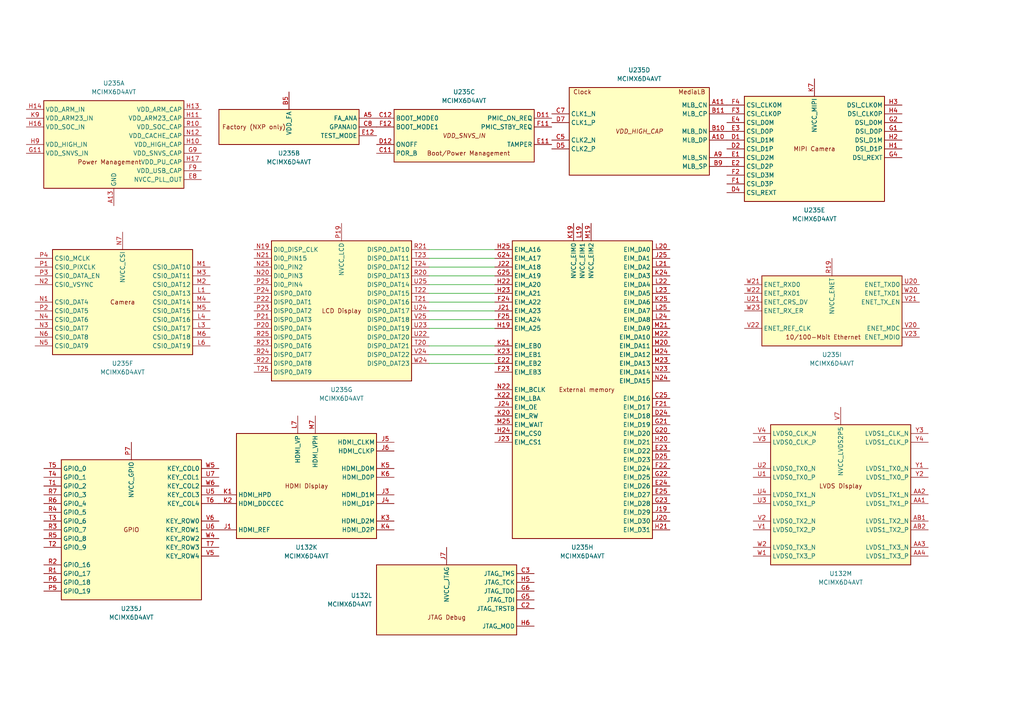
<source format=kicad_sch>
(kicad_sch (version 20250114) (generator "eeschema") (generator_version "9.0")
  (paper "A4")
  (wire (pts (xy 143.51 95.25) (xy 124.46 95.25)))
  (wire (pts (xy 143.51 105.41) (xy 124.46 105.41)))
  (wire (pts (xy 143.51 90.17) (xy 124.46 90.17)))
  (wire (pts (xy 143.51 77.47) (xy 124.46 77.47)))
  (wire (pts (xy 143.51 92.71) (xy 124.46 92.71)))
  (wire (pts (xy 143.51 102.87) (xy 124.46 102.87)))
  (wire (pts (xy 143.51 74.93) (xy 124.46 74.93)))
  (wire (pts (xy 143.51 72.39) (xy 124.46 72.39)))
  (wire (pts (xy 143.51 100.33) (xy 124.46 100.33)))
  (wire (pts (xy 143.51 87.63) (xy 124.46 87.63)))
  (wire (pts (xy 143.51 85.09) (xy 124.46 85.09)))
  (wire (pts (xy 143.51 82.55) (xy 124.46 82.55)))
  (wire (pts (xy 143.51 80.01) (xy 124.46 80.01)))
  (symbol (lib_id "CPU_NXP_IMX:MCIMX6D4AVT") (at 168.91 113.03 0) (unit 8)
    (property "Reference" "U235" (at 168.91 158.75 0))
    (property "Value" "MCIMX6D4AVT" (at 168.91 161.29 0))
    (property "Footprint" "Package_BGA:BGA-624_21x21mm_Layout25x25_P0.8mm" (effects (hide yes)))
    (property "Datasheet" "https://www.nxp.com/docs/en/data-sheet/IMX6DQAEC.pdf" (effects (hide yes)))
    (property "Description" "i.MX 6Dual Automotive and Infotainment Application Processor, BGA-624" (effects (hide yes)))
  )
  (symbol (lib_id "CPU_NXP_IMX:MCIMX6D4AVT") (at 241.3 90.17 0) (unit 9)
    (property "Reference" "U235" (at 241.3 102.87 0))
    (property "Value" "MCIMX6D4AVT" (at 241.3 105.41 0))
    (property "Footprint" "Package_BGA:BGA-624_21x21mm_Layout25x25_P0.8mm" (effects (hide yes)))
    (property "Datasheet" "https://www.nxp.com/docs/en/data-sheet/IMX6DQAEC.pdf" (effects (hide yes)))
    (property "Description" "i.MX 6Dual Automotive and Infotainment Application Processor, BGA-624" (effects (hide yes)))
  )
  (symbol (lib_id "CPU_NXP_IMX:MCIMX6D4AVT") (at 185.42 38.1 0) (unit 4)
    (property "Reference" "U235" (at 185.42 20.32 0))
    (property "Value" "MCIMX6D4AVT" (at 185.42 22.86 0))
    (property "Footprint" "Package_BGA:BGA-624_21x21mm_Layout25x25_P0.8mm" (effects (hide yes)))
    (property "Datasheet" "https://www.nxp.com/docs/en/data-sheet/IMX6DQAEC.pdf" (effects (hide yes)))
    (property "Description" "i.MX 6Dual Automotive and Infotainment Application Processor, BGA-624" (effects (hide yes)))
  )
  (symbol (lib_id "CPU_NXP_IMX:MCIMX6D4AVT") (at 88.9 140.97 0) (unit 11)
    (property "Reference" "U132" (at 88.9 158.75 0))
    (property "Value" "MCIMX6D4AVT" (at 88.9 161.29 0))
    (property "Footprint" "Package_BGA:BGA-624_21x21mm_Layout25x25_P0.8mm" (effects (hide yes)))
    (property "Datasheet" "https://www.nxp.com/docs/en/data-sheet/IMX6DQAEC.pdf" (effects (hide yes)))
    (property "Description" "i.MX 6Dual Automotive and Infotainment Application Processor, BGA-624" (effects (hide yes)))
  )
  (symbol (lib_id "CPU_NXP_IMX:MCIMX6D4AVT") (at 99.06 90.17 0) (unit 7)
    (property "Reference" "U235" (at 99.06 113.03 0))
    (property "Value" "MCIMX6D4AVT" (at 99.06 115.57 0))
    (property "Footprint" "Package_BGA:BGA-624_21x21mm_Layout25x25_P0.8mm" (effects (hide yes)))
    (property "Datasheet" "https://www.nxp.com/docs/en/data-sheet/IMX6DQAEC.pdf" (effects (hide yes)))
    (property "Description" "i.MX 6Dual Automotive and Infotainment Application Processor, BGA-624" (effects (hide yes)))
  )
  (symbol (lib_id "CPU_NXP_IMX:MCIMX6D4AVT") (at 236.22 43.18 0) (unit 5)
    (property "Reference" "U235" (at 236.22 60.96 0))
    (property "Value" "MCIMX6D4AVT" (at 236.22 63.5 0))
    (property "Footprint" "Package_BGA:BGA-624_21x21mm_Layout25x25_P0.8mm" (effects (hide yes)))
    (property "Datasheet" "https://www.nxp.com/docs/en/data-sheet/IMX6DQAEC.pdf" (effects (hide yes)))
    (property "Description" "i.MX 6Dual Automotive and Infotainment Application Processor, BGA-624" (effects (hide yes)))
  )
  (symbol (lib_id "CPU_NXP_IMX:MCIMX6D4AVT") (at 243.84 143.51 0) (unit 13)
    (property "Reference" "U132" (at 243.84 166.37 0))
    (property "Value" "MCIMX6D4AVT" (at 243.84 168.91 0))
    (property "Footprint" "Package_BGA:BGA-624_21x21mm_Layout25x25_P0.8mm" (effects (hide yes)))
    (property "Datasheet" "https://www.nxp.com/docs/en/data-sheet/IMX6DQAEC.pdf" (effects (hide yes)))
    (property "Description" "i.MX 6Dual Automotive and Infotainment Application Processor, BGA-624" (effects (hide yes)))
  )
  (symbol (lib_id "CPU_NXP_IMX:MCIMX6D4AVT") (at 134.62 39.37 0) (unit 3)
    (property "Reference" "U235" (at 134.62 26.67 0))
    (property "Value" "MCIMX6D4AVT" (at 134.62 29.21 0))
    (property "Footprint" "Package_BGA:BGA-624_21x21mm_Layout25x25_P0.8mm" (effects (hide yes)))
    (property "Datasheet" "https://www.nxp.com/docs/en/data-sheet/IMX6DQAEC.pdf" (effects (hide yes)))
    (property "Description" "i.MX 6Dual Automotive and Infotainment Application Processor, BGA-624" (effects (hide yes)))
  )
  (symbol (lib_id "CPU_NXP_IMX:MCIMX6D4AVT") (at 83.82 36.83 0) (unit 2)
    (property "Reference" "U235" (at 83.82 44.45 0))
    (property "Value" "MCIMX6D4AVT" (at 83.82 46.99 0))
    (property "Footprint" "Package_BGA:BGA-624_21x21mm_Layout25x25_P0.8mm" (effects (hide yes)))
    (property "Datasheet" "https://www.nxp.com/docs/en/data-sheet/IMX6DQAEC.pdf" (effects (hide yes)))
    (property "Description" "i.MX 6Dual Automotive and Infotainment Application Processor, BGA-624" (effects (hide yes)))
  )
  (symbol (lib_id "CPU_NXP_IMX:MCIMX6D4AVT") (at 35.56 87.63 0) (unit 6)
    (property "Reference" "U235" (at 35.56 105.41 0))
    (property "Value" "MCIMX6D4AVT" (at 35.56 107.95 0))
    (property "Footprint" "Package_BGA:BGA-624_21x21mm_Layout25x25_P0.8mm" (effects (hide yes)))
    (property "Datasheet" "https://www.nxp.com/docs/en/data-sheet/IMX6DQAEC.pdf" (effects (hide yes)))
    (property "Description" "i.MX 6Dual Automotive and Infotainment Application Processor, BGA-624" (effects (hide yes)))
  )
  (symbol (lib_id "CPU_NXP_IMX:MCIMX6D4AVT") (at 129.54 173.99 0) (unit 12)
    (property "Reference" "U132" (at 107.95 172.7199 0) (effects (justify right)))
    (property "Value" "MCIMX6D4AVT" (at 107.95 175.2599 0) (effects (justify right)))
    (property "Footprint" "Package_BGA:BGA-624_21x21mm_Layout25x25_P0.8mm" (effects (hide yes)))
    (property "Datasheet" "https://www.nxp.com/docs/en/data-sheet/IMX6DQAEC.pdf" (effects (hide yes)))
    (property "Description" "i.MX 6Dual Automotive and Infotainment Application Processor, BGA-624" (effects (hide yes)))
  )
  (symbol (lib_id "CPU_NXP_IMX:MCIMX6D4AVT") (at 33.02 41.91 0) (unit 1)
    (property "Reference" "U235" (at 33.02 24.13 0))
    (property "Value" "MCIMX6D4AVT" (at 33.02 26.67 0))
    (property "Footprint" "Package_BGA:BGA-624_21x21mm_Layout25x25_P0.8mm" (effects (hide yes)))
    (property "Datasheet" "https://www.nxp.com/docs/en/data-sheet/IMX6DQAEC.pdf" (effects (hide yes)))
    (property "Description" "i.MX 6Dual Automotive and Infotainment Application Processor, BGA-624" (effects (hide yes)))
  )
  (symbol (lib_id "CPU_NXP_IMX:MCIMX6D4AVT") (at 38.1 153.67 0) (unit 10)
    (property "Reference" "U235" (at 38.1 176.53 0))
    (property "Value" "MCIMX6D4AVT" (at 38.1 179.07 0))
    (property "Footprint" "Package_BGA:BGA-624_21x21mm_Layout25x25_P0.8mm" (effects (hide yes)))
    (property "Datasheet" "https://www.nxp.com/docs/en/data-sheet/IMX6DQAEC.pdf" (effects (hide yes)))
    (property "Description" "i.MX 6Dual Automotive and Infotainment Application Processor, BGA-624" (effects (hide yes)))
  )
)
</source>
